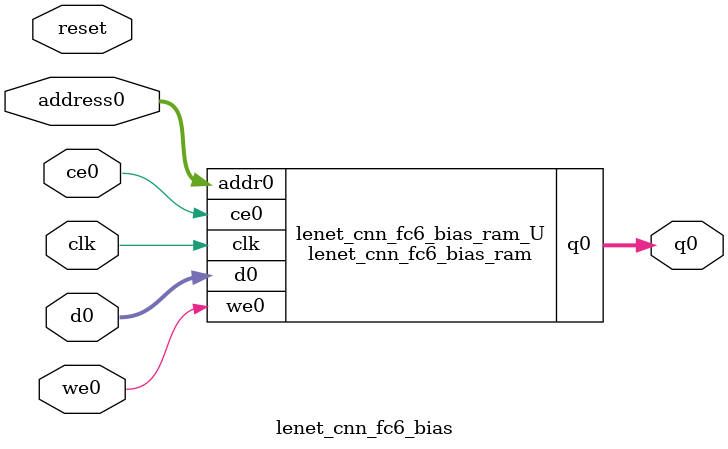
<source format=v>
`timescale 1 ns / 1 ps
module lenet_cnn_fc6_bias_ram (addr0, ce0, d0, we0, q0,  clk);

parameter DWIDTH = 32;
parameter AWIDTH = 4;
parameter MEM_SIZE = 10;

input[AWIDTH-1:0] addr0;
input ce0;
input[DWIDTH-1:0] d0;
input we0;
output reg[DWIDTH-1:0] q0;
input clk;

(* ram_style = "distributed" *)reg [DWIDTH-1:0] ram[0:MEM_SIZE-1];




always @(posedge clk)  
begin 
    if (ce0) 
    begin
        if (we0) 
        begin 
            ram[addr0] <= d0; 
        end 
        q0 <= ram[addr0];
    end
end


endmodule

`timescale 1 ns / 1 ps
module lenet_cnn_fc6_bias(
    reset,
    clk,
    address0,
    ce0,
    we0,
    d0,
    q0);

parameter DataWidth = 32'd32;
parameter AddressRange = 32'd10;
parameter AddressWidth = 32'd4;
input reset;
input clk;
input[AddressWidth - 1:0] address0;
input ce0;
input we0;
input[DataWidth - 1:0] d0;
output[DataWidth - 1:0] q0;



lenet_cnn_fc6_bias_ram lenet_cnn_fc6_bias_ram_U(
    .clk( clk ),
    .addr0( address0 ),
    .ce0( ce0 ),
    .we0( we0 ),
    .d0( d0 ),
    .q0( q0 ));

endmodule


</source>
